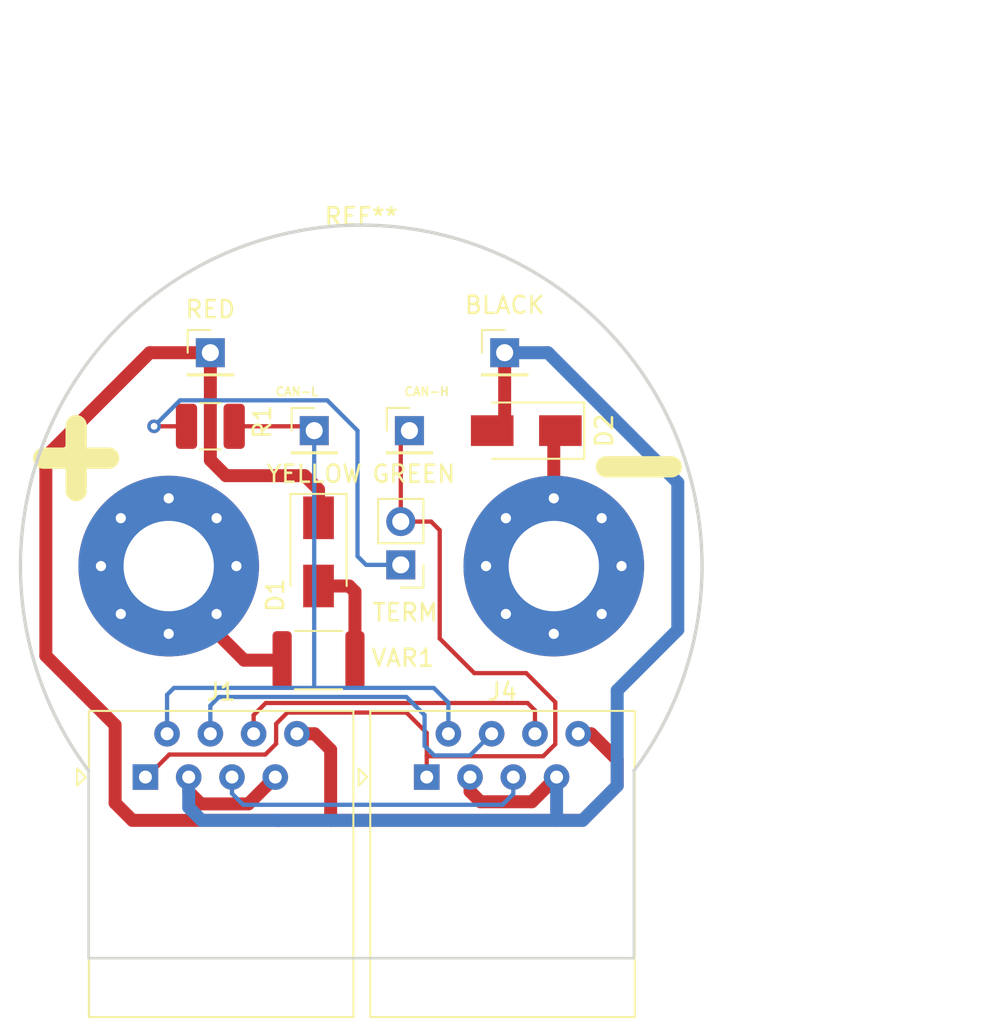
<source format=kicad_pcb>
(kicad_pcb (version 20171130) (host pcbnew 5.0.2-bee76a0~70~ubuntu16.04.1)

  (general
    (thickness 1.6)
    (drawings 10)
    (tracks 112)
    (zones 0)
    (modules 14)
    (nets 12)
  )

  (page A4)
  (layers
    (0 F.Cu signal)
    (31 B.Cu signal)
    (32 B.Adhes user)
    (33 F.Adhes user)
    (34 B.Paste user)
    (35 F.Paste user)
    (36 B.SilkS user)
    (37 F.SilkS user)
    (38 B.Mask user)
    (39 F.Mask user)
    (40 Dwgs.User user)
    (41 Cmts.User user)
    (42 Eco1.User user)
    (43 Eco2.User user)
    (44 Edge.Cuts user)
    (45 Margin user)
    (46 B.CrtYd user)
    (47 F.CrtYd user)
    (48 B.Fab user)
    (49 F.Fab user hide)
  )

  (setup
    (last_trace_width 0.25)
    (trace_clearance 0.2)
    (zone_clearance 0.508)
    (zone_45_only no)
    (trace_min 0.2)
    (segment_width 0.2)
    (edge_width 0.15)
    (via_size 0.8)
    (via_drill 0.4)
    (via_min_size 0.4)
    (via_min_drill 0.3)
    (uvia_size 0.3)
    (uvia_drill 0.1)
    (uvias_allowed no)
    (uvia_min_size 0.2)
    (uvia_min_drill 0.1)
    (pcb_text_width 0.3)
    (pcb_text_size 1.5 1.5)
    (mod_edge_width 0.15)
    (mod_text_size 1 1)
    (mod_text_width 0.15)
    (pad_size 1.524 1.524)
    (pad_drill 0.762)
    (pad_to_mask_clearance 0.051)
    (solder_mask_min_width 0.25)
    (aux_axis_origin 0 0)
    (visible_elements FFFFF77F)
    (pcbplotparams
      (layerselection 0x010ec_ffffffff)
      (usegerberextensions false)
      (usegerberattributes false)
      (usegerberadvancedattributes false)
      (creategerberjobfile false)
      (excludeedgelayer true)
      (linewidth 0.100000)
      (plotframeref false)
      (viasonmask false)
      (mode 1)
      (useauxorigin false)
      (hpglpennumber 1)
      (hpglpenspeed 20)
      (hpglpendiameter 15.000000)
      (psnegative false)
      (psa4output false)
      (plotreference true)
      (plotvalue true)
      (plotinvisibletext false)
      (padsonsilk false)
      (subtractmaskfromsilk false)
      (outputformat 1)
      (mirror false)
      (drillshape 0)
      (scaleselection 1)
      (outputdirectory ""))
  )

  (net 0 "")
  (net 1 /XE)
  (net 2 /CAN-V+)
  (net 3 /CAN-V-)
  (net 4 /CAN-H)
  (net 5 /CAN-L)
  (net 6 "Net-(J1-Pad4)")
  (net 7 "Net-(J1-Pad5)")
  (net 8 "Net-(J1-Pad6)")
  (net 9 /-)
  (net 10 /+)
  (net 11 "Net-(J9-Pad1)")

  (net_class Default "This is the default net class."
    (clearance 0.2)
    (trace_width 0.25)
    (via_dia 0.8)
    (via_drill 0.4)
    (uvia_dia 0.3)
    (uvia_drill 0.1)
    (add_net /CAN-H)
    (add_net /CAN-L)
    (add_net "Net-(J1-Pad4)")
    (add_net "Net-(J1-Pad5)")
    (add_net "Net-(J1-Pad6)")
    (add_net "Net-(J9-Pad1)")
  )

  (net_class Power ""
    (clearance 0.2032)
    (trace_width 0.762)
    (via_dia 0.8)
    (via_drill 0.4)
    (uvia_dia 0.3)
    (uvia_drill 0.1)
    (add_net /+)
    (add_net /-)
    (add_net /CAN-V+)
    (add_net /CAN-V-)
    (add_net /XE)
  )

  (module Connector_RJ:RJ45_Amphenol_54602-x08_Horizontal (layer F.Cu) (tedit 5B103613) (tstamp 5BE62563)
    (at 148.844 87.376)
    (descr "8 Pol Shallow Latch Connector, Modjack, RJ45 (https://cdn.amphenol-icc.com/media/wysiwyg/files/drawing/c-bmj-0102.pdf)")
    (tags RJ45)
    (path /5BE9B607)
    (fp_text reference J4 (at 4.445 -5) (layer F.SilkS)
      (effects (font (size 1 1) (thickness 0.15)))
    )
    (fp_text value CAN (at 4.445 4) (layer F.Fab)
      (effects (font (size 1 1) (thickness 0.15)))
    )
    (fp_line (start 12.6 14.47) (end -3.71 14.47) (layer F.CrtYd) (width 0.05))
    (fp_line (start 12.6 14.47) (end 12.6 -4.27) (layer F.CrtYd) (width 0.05))
    (fp_line (start -3.71 -4.27) (end -3.71 14.47) (layer F.CrtYd) (width 0.05))
    (fp_line (start -3.71 -4.27) (end 12.6 -4.27) (layer F.CrtYd) (width 0.05))
    (fp_line (start -3.315 -3.88) (end -3.315 14.08) (layer F.SilkS) (width 0.12))
    (fp_line (start 12.205 -3.88) (end -3.315 -3.88) (layer F.SilkS) (width 0.12))
    (fp_line (start 12.205 -3.88) (end 12.205 14.08) (layer F.SilkS) (width 0.12))
    (fp_line (start -3.315 14.08) (end 12.205 14.08) (layer F.SilkS) (width 0.12))
    (fp_line (start -3.205 -2.77) (end -2.205 -3.77) (layer F.Fab) (width 0.12))
    (fp_line (start -2.205 -3.77) (end 12.095 -3.77) (layer F.Fab) (width 0.12))
    (fp_line (start 12.095 -3.77) (end 12.095 13.97) (layer F.Fab) (width 0.12))
    (fp_line (start 12.095 13.97) (end -3.205 13.97) (layer F.Fab) (width 0.12))
    (fp_line (start -3.205 13.97) (end -3.205 -2.77) (layer F.Fab) (width 0.12))
    (fp_line (start -3.5 0) (end -4 -0.5) (layer F.SilkS) (width 0.12))
    (fp_line (start -4 -0.5) (end -4 0.5) (layer F.SilkS) (width 0.12))
    (fp_line (start -4 0.5) (end -3.5 0) (layer F.SilkS) (width 0.12))
    (fp_text user %R (at 4.445 2) (layer F.Fab)
      (effects (font (size 1 1) (thickness 0.15)))
    )
    (pad 8 thru_hole circle (at 8.89 -2.54) (size 1.5 1.5) (drill 0.76) (layers *.Cu *.Mask)
      (net 2 /CAN-V+))
    (pad 7 thru_hole circle (at 7.62 0) (size 1.5 1.5) (drill 0.76) (layers *.Cu *.Mask)
      (net 3 /CAN-V-))
    (pad 6 thru_hole circle (at 6.35 -2.54) (size 1.5 1.5) (drill 0.76) (layers *.Cu *.Mask)
      (net 8 "Net-(J1-Pad6)"))
    (pad 5 thru_hole circle (at 5.08 0) (size 1.5 1.5) (drill 0.76) (layers *.Cu *.Mask)
      (net 7 "Net-(J1-Pad5)"))
    (pad 4 thru_hole circle (at 3.81 -2.54) (size 1.5 1.5) (drill 0.76) (layers *.Cu *.Mask)
      (net 6 "Net-(J1-Pad4)"))
    (pad 3 thru_hole circle (at 2.54 0) (size 1.5 1.5) (drill 0.76) (layers *.Cu *.Mask)
      (net 3 /CAN-V-))
    (pad 2 thru_hole circle (at 1.27 -2.54) (size 1.5 1.5) (drill 0.76) (layers *.Cu *.Mask)
      (net 5 /CAN-L))
    (pad 1 thru_hole rect (at 0 0) (size 1.5 1.5) (drill 0.76) (layers *.Cu *.Mask)
      (net 4 /CAN-H))
    (pad "" np_thru_hole circle (at -1.27 6.35) (size 3.2 3.2) (drill 3.2) (layers *.Cu *.Mask))
    (pad "" np_thru_hole circle (at 10.16 6.35) (size 3.2 3.2) (drill 3.2) (layers *.Cu *.Mask))
    (model ${KISYS3DMOD}/Connector_RJ.3dshapes/RJ45_Amphenol_54602-x08_Horizontal.wrl
      (at (xyz 0 0 0))
      (scale (xyz 1 1 1))
      (rotate (xyz 0 0 0))
    )
  )

  (module Diode_SMD:D_SMA (layer F.Cu) (tedit 5BE4A432) (tstamp 5BE624E3)
    (at 142.494 74.168 270)
    (descr "Diode SMA (DO-214AC)")
    (tags "Diode SMA (DO-214AC)")
    (path /5BB38710)
    (attr smd)
    (fp_text reference D1 (at 2.54 2.54 90) (layer F.SilkS)
      (effects (font (size 1 1) (thickness 0.15)))
    )
    (fp_text value "MRA4003T3G " (at 0 2.6 270) (layer F.Fab)
      (effects (font (size 1 1) (thickness 0.15)))
    )
    (fp_line (start -3.4 -1.65) (end 2 -1.65) (layer F.SilkS) (width 0.12))
    (fp_line (start -3.4 1.65) (end 2 1.65) (layer F.SilkS) (width 0.12))
    (fp_line (start -0.64944 0.00102) (end 0.50118 -0.79908) (layer F.Fab) (width 0.1))
    (fp_line (start -0.64944 0.00102) (end 0.50118 0.75032) (layer F.Fab) (width 0.1))
    (fp_line (start 0.50118 0.75032) (end 0.50118 -0.79908) (layer F.Fab) (width 0.1))
    (fp_line (start -0.64944 -0.79908) (end -0.64944 0.80112) (layer F.Fab) (width 0.1))
    (fp_line (start 0.50118 0.00102) (end 1.4994 0.00102) (layer F.Fab) (width 0.1))
    (fp_line (start -0.64944 0.00102) (end -1.55114 0.00102) (layer F.Fab) (width 0.1))
    (fp_line (start -3.5 1.75) (end -3.5 -1.75) (layer F.CrtYd) (width 0.05))
    (fp_line (start 3.5 1.75) (end -3.5 1.75) (layer F.CrtYd) (width 0.05))
    (fp_line (start 3.5 -1.75) (end 3.5 1.75) (layer F.CrtYd) (width 0.05))
    (fp_line (start -3.5 -1.75) (end 3.5 -1.75) (layer F.CrtYd) (width 0.05))
    (fp_line (start 2.3 -1.5) (end -2.3 -1.5) (layer F.Fab) (width 0.1))
    (fp_line (start 2.3 -1.5) (end 2.3 1.5) (layer F.Fab) (width 0.1))
    (fp_line (start -2.3 1.5) (end -2.3 -1.5) (layer F.Fab) (width 0.1))
    (fp_line (start 2.3 1.5) (end -2.3 1.5) (layer F.Fab) (width 0.1))
    (fp_line (start -3.4 -1.65) (end -3.4 1.65) (layer F.SilkS) (width 0.12))
    (fp_text user %R (at 0 -2.5 270) (layer F.Fab)
      (effects (font (size 1 1) (thickness 0.15)))
    )
    (pad 2 smd rect (at 2 0 270) (size 2.5 1.8) (layers F.Cu F.Paste F.Mask)
      (net 1 /XE))
    (pad 1 smd rect (at -2 0 270) (size 2.5 1.8) (layers F.Cu F.Paste F.Mask)
      (net 2 /CAN-V+))
    (model ${KISYS3DMOD}/Diode_SMD.3dshapes/D_SMA.wrl
      (at (xyz 0 0 0))
      (scale (xyz 1 1 1))
      (rotate (xyz 0 0 0))
    )
  )

  (module Diode_SMD:D_SMA (layer F.Cu) (tedit 5BE4A434) (tstamp 5BE624FB)
    (at 154.686 67.056 180)
    (descr "Diode SMA (DO-214AC)")
    (tags "Diode SMA (DO-214AC)")
    (path /5BA7ADDA)
    (attr smd)
    (fp_text reference D2 (at -4.572 0 270) (layer F.SilkS)
      (effects (font (size 1 1) (thickness 0.15)))
    )
    (fp_text value "MRA4003T3G " (at 0 2.6 180) (layer F.Fab)
      (effects (font (size 1 1) (thickness 0.15)))
    )
    (fp_text user %R (at 0 -2.5 180) (layer F.Fab)
      (effects (font (size 1 1) (thickness 0.15)))
    )
    (fp_line (start -3.4 -1.65) (end -3.4 1.65) (layer F.SilkS) (width 0.12))
    (fp_line (start 2.3 1.5) (end -2.3 1.5) (layer F.Fab) (width 0.1))
    (fp_line (start -2.3 1.5) (end -2.3 -1.5) (layer F.Fab) (width 0.1))
    (fp_line (start 2.3 -1.5) (end 2.3 1.5) (layer F.Fab) (width 0.1))
    (fp_line (start 2.3 -1.5) (end -2.3 -1.5) (layer F.Fab) (width 0.1))
    (fp_line (start -3.5 -1.75) (end 3.5 -1.75) (layer F.CrtYd) (width 0.05))
    (fp_line (start 3.5 -1.75) (end 3.5 1.75) (layer F.CrtYd) (width 0.05))
    (fp_line (start 3.5 1.75) (end -3.5 1.75) (layer F.CrtYd) (width 0.05))
    (fp_line (start -3.5 1.75) (end -3.5 -1.75) (layer F.CrtYd) (width 0.05))
    (fp_line (start -0.64944 0.00102) (end -1.55114 0.00102) (layer F.Fab) (width 0.1))
    (fp_line (start 0.50118 0.00102) (end 1.4994 0.00102) (layer F.Fab) (width 0.1))
    (fp_line (start -0.64944 -0.79908) (end -0.64944 0.80112) (layer F.Fab) (width 0.1))
    (fp_line (start 0.50118 0.75032) (end 0.50118 -0.79908) (layer F.Fab) (width 0.1))
    (fp_line (start -0.64944 0.00102) (end 0.50118 0.75032) (layer F.Fab) (width 0.1))
    (fp_line (start -0.64944 0.00102) (end 0.50118 -0.79908) (layer F.Fab) (width 0.1))
    (fp_line (start -3.4 1.65) (end 2 1.65) (layer F.SilkS) (width 0.12))
    (fp_line (start -3.4 -1.65) (end 2 -1.65) (layer F.SilkS) (width 0.12))
    (pad 1 smd rect (at -2 0 180) (size 2.5 1.8) (layers F.Cu F.Paste F.Mask)
      (net 9 /-))
    (pad 2 smd rect (at 2 0 180) (size 2.5 1.8) (layers F.Cu F.Paste F.Mask)
      (net 3 /CAN-V-))
    (model ${KISYS3DMOD}/Diode_SMD.3dshapes/D_SMA.wrl
      (at (xyz 0 0 0))
      (scale (xyz 1 1 1))
      (rotate (xyz 0 0 0))
    )
  )

  (module Connector_RJ:RJ45_Amphenol_54602-x08_Horizontal (layer F.Cu) (tedit 5B103613) (tstamp 5BE6251A)
    (at 132.334 87.376)
    (descr "8 Pol Shallow Latch Connector, Modjack, RJ45 (https://cdn.amphenol-icc.com/media/wysiwyg/files/drawing/c-bmj-0102.pdf)")
    (tags RJ45)
    (path /5A74B889)
    (fp_text reference J1 (at 4.445 -5) (layer F.SilkS)
      (effects (font (size 1 1) (thickness 0.15)))
    )
    (fp_text value CAN (at 4.445 4) (layer F.Fab)
      (effects (font (size 1 1) (thickness 0.15)))
    )
    (fp_text user %R (at 4.445 2) (layer F.Fab)
      (effects (font (size 1 1) (thickness 0.15)))
    )
    (fp_line (start -4 0.5) (end -3.5 0) (layer F.SilkS) (width 0.12))
    (fp_line (start -4 -0.5) (end -4 0.5) (layer F.SilkS) (width 0.12))
    (fp_line (start -3.5 0) (end -4 -0.5) (layer F.SilkS) (width 0.12))
    (fp_line (start -3.205 13.97) (end -3.205 -2.77) (layer F.Fab) (width 0.12))
    (fp_line (start 12.095 13.97) (end -3.205 13.97) (layer F.Fab) (width 0.12))
    (fp_line (start 12.095 -3.77) (end 12.095 13.97) (layer F.Fab) (width 0.12))
    (fp_line (start -2.205 -3.77) (end 12.095 -3.77) (layer F.Fab) (width 0.12))
    (fp_line (start -3.205 -2.77) (end -2.205 -3.77) (layer F.Fab) (width 0.12))
    (fp_line (start -3.315 14.08) (end 12.205 14.08) (layer F.SilkS) (width 0.12))
    (fp_line (start 12.205 -3.88) (end 12.205 14.08) (layer F.SilkS) (width 0.12))
    (fp_line (start 12.205 -3.88) (end -3.315 -3.88) (layer F.SilkS) (width 0.12))
    (fp_line (start -3.315 -3.88) (end -3.315 14.08) (layer F.SilkS) (width 0.12))
    (fp_line (start -3.71 -4.27) (end 12.6 -4.27) (layer F.CrtYd) (width 0.05))
    (fp_line (start -3.71 -4.27) (end -3.71 14.47) (layer F.CrtYd) (width 0.05))
    (fp_line (start 12.6 14.47) (end 12.6 -4.27) (layer F.CrtYd) (width 0.05))
    (fp_line (start 12.6 14.47) (end -3.71 14.47) (layer F.CrtYd) (width 0.05))
    (pad "" np_thru_hole circle (at 10.16 6.35) (size 3.2 3.2) (drill 3.2) (layers *.Cu *.Mask))
    (pad "" np_thru_hole circle (at -1.27 6.35) (size 3.2 3.2) (drill 3.2) (layers *.Cu *.Mask))
    (pad 1 thru_hole rect (at 0 0) (size 1.5 1.5) (drill 0.76) (layers *.Cu *.Mask)
      (net 4 /CAN-H))
    (pad 2 thru_hole circle (at 1.27 -2.54) (size 1.5 1.5) (drill 0.76) (layers *.Cu *.Mask)
      (net 5 /CAN-L))
    (pad 3 thru_hole circle (at 2.54 0) (size 1.5 1.5) (drill 0.76) (layers *.Cu *.Mask)
      (net 3 /CAN-V-))
    (pad 4 thru_hole circle (at 3.81 -2.54) (size 1.5 1.5) (drill 0.76) (layers *.Cu *.Mask)
      (net 6 "Net-(J1-Pad4)"))
    (pad 5 thru_hole circle (at 5.08 0) (size 1.5 1.5) (drill 0.76) (layers *.Cu *.Mask)
      (net 7 "Net-(J1-Pad5)"))
    (pad 6 thru_hole circle (at 6.35 -2.54) (size 1.5 1.5) (drill 0.76) (layers *.Cu *.Mask)
      (net 8 "Net-(J1-Pad6)"))
    (pad 7 thru_hole circle (at 7.62 0) (size 1.5 1.5) (drill 0.76) (layers *.Cu *.Mask)
      (net 3 /CAN-V-))
    (pad 8 thru_hole circle (at 8.89 -2.54) (size 1.5 1.5) (drill 0.76) (layers *.Cu *.Mask)
      (net 2 /CAN-V+))
    (model ${KISYS3DMOD}/Connector_RJ.3dshapes/RJ45_Amphenol_54602-x08_Horizontal.wrl
      (at (xyz 0 0 0))
      (scale (xyz 1 1 1))
      (rotate (xyz 0 0 0))
    )
  )

  (module Connector_PinHeader_2.54mm:PinHeader_1x01_P2.54mm_Vertical (layer F.Cu) (tedit 5C17D067) (tstamp 5BE6252F)
    (at 147.828 67.056)
    (descr "Through hole straight pin header, 1x01, 2.54mm pitch, single row")
    (tags "Through hole pin header THT 1x01 2.54mm single row")
    (path /5BEF8721)
    (fp_text reference J2 (at 0 -2.33) (layer F.SilkS) hide
      (effects (font (size 1 1) (thickness 0.15)))
    )
    (fp_text value GREEN (at 0.254 2.54) (layer F.SilkS)
      (effects (font (size 1 1) (thickness 0.15)))
    )
    (fp_line (start -0.635 -1.27) (end 1.27 -1.27) (layer F.Fab) (width 0.1))
    (fp_line (start 1.27 -1.27) (end 1.27 1.27) (layer F.Fab) (width 0.1))
    (fp_line (start 1.27 1.27) (end -1.27 1.27) (layer F.Fab) (width 0.1))
    (fp_line (start -1.27 1.27) (end -1.27 -0.635) (layer F.Fab) (width 0.1))
    (fp_line (start -1.27 -0.635) (end -0.635 -1.27) (layer F.Fab) (width 0.1))
    (fp_line (start -1.33 1.33) (end 1.33 1.33) (layer F.SilkS) (width 0.12))
    (fp_line (start -1.33 1.27) (end -1.33 1.33) (layer F.SilkS) (width 0.12))
    (fp_line (start 1.33 1.27) (end 1.33 1.33) (layer F.SilkS) (width 0.12))
    (fp_line (start -1.33 1.27) (end 1.33 1.27) (layer F.SilkS) (width 0.12))
    (fp_line (start -1.33 0) (end -1.33 -1.33) (layer F.SilkS) (width 0.12))
    (fp_line (start -1.33 -1.33) (end 0 -1.33) (layer F.SilkS) (width 0.12))
    (fp_line (start -1.8 -1.8) (end -1.8 1.8) (layer F.CrtYd) (width 0.05))
    (fp_line (start -1.8 1.8) (end 1.8 1.8) (layer F.CrtYd) (width 0.05))
    (fp_line (start 1.8 1.8) (end 1.8 -1.8) (layer F.CrtYd) (width 0.05))
    (fp_line (start 1.8 -1.8) (end -1.8 -1.8) (layer F.CrtYd) (width 0.05))
    (fp_text user %R (at 0 0 90) (layer F.Fab)
      (effects (font (size 1 1) (thickness 0.15)))
    )
    (pad 1 thru_hole rect (at 0 0) (size 1.7 1.7) (drill 1) (layers *.Cu *.Mask)
      (net 4 /CAN-H))
  )

  (module Connector_PinHeader_2.54mm:PinHeader_1x01_P2.54mm_Vertical (layer F.Cu) (tedit 5C17D06C) (tstamp 5BE62544)
    (at 142.24 67.056)
    (descr "Through hole straight pin header, 1x01, 2.54mm pitch, single row")
    (tags "Through hole pin header THT 1x01 2.54mm single row")
    (path /5BEF887E)
    (fp_text reference J3 (at 0 -2.33) (layer F.SilkS) hide
      (effects (font (size 1 1) (thickness 0.15)))
    )
    (fp_text value YELLOW (at 0 2.54) (layer F.SilkS)
      (effects (font (size 1 1) (thickness 0.15)))
    )
    (fp_text user %R (at 0 0 90) (layer F.Fab)
      (effects (font (size 1 1) (thickness 0.15)))
    )
    (fp_line (start 1.8 -1.8) (end -1.8 -1.8) (layer F.CrtYd) (width 0.05))
    (fp_line (start 1.8 1.8) (end 1.8 -1.8) (layer F.CrtYd) (width 0.05))
    (fp_line (start -1.8 1.8) (end 1.8 1.8) (layer F.CrtYd) (width 0.05))
    (fp_line (start -1.8 -1.8) (end -1.8 1.8) (layer F.CrtYd) (width 0.05))
    (fp_line (start -1.33 -1.33) (end 0 -1.33) (layer F.SilkS) (width 0.12))
    (fp_line (start -1.33 0) (end -1.33 -1.33) (layer F.SilkS) (width 0.12))
    (fp_line (start -1.33 1.27) (end 1.33 1.27) (layer F.SilkS) (width 0.12))
    (fp_line (start 1.33 1.27) (end 1.33 1.33) (layer F.SilkS) (width 0.12))
    (fp_line (start -1.33 1.27) (end -1.33 1.33) (layer F.SilkS) (width 0.12))
    (fp_line (start -1.33 1.33) (end 1.33 1.33) (layer F.SilkS) (width 0.12))
    (fp_line (start -1.27 -0.635) (end -0.635 -1.27) (layer F.Fab) (width 0.1))
    (fp_line (start -1.27 1.27) (end -1.27 -0.635) (layer F.Fab) (width 0.1))
    (fp_line (start 1.27 1.27) (end -1.27 1.27) (layer F.Fab) (width 0.1))
    (fp_line (start 1.27 -1.27) (end 1.27 1.27) (layer F.Fab) (width 0.1))
    (fp_line (start -0.635 -1.27) (end 1.27 -1.27) (layer F.Fab) (width 0.1))
    (pad 1 thru_hole rect (at 0 0) (size 1.7 1.7) (drill 1) (layers *.Cu *.Mask)
      (net 5 /CAN-L))
  )

  (module Connector_PinHeader_2.54mm:PinHeader_1x01_P2.54mm_Vertical (layer F.Cu) (tedit 5C17CF37) (tstamp 5BE62578)
    (at 136.144 62.484)
    (descr "Through hole straight pin header, 1x01, 2.54mm pitch, single row")
    (tags "Through hole pin header THT 1x01 2.54mm single row")
    (path /5BEF8986)
    (fp_text reference J5 (at 0 -2.33) (layer F.SilkS) hide
      (effects (font (size 1 1) (thickness 0.15)))
    )
    (fp_text value RED (at 0 -2.54) (layer F.SilkS)
      (effects (font (size 1 1) (thickness 0.15)))
    )
    (fp_line (start -0.635 -1.27) (end 1.27 -1.27) (layer F.Fab) (width 0.1))
    (fp_line (start 1.27 -1.27) (end 1.27 1.27) (layer F.Fab) (width 0.1))
    (fp_line (start 1.27 1.27) (end -1.27 1.27) (layer F.Fab) (width 0.1))
    (fp_line (start -1.27 1.27) (end -1.27 -0.635) (layer F.Fab) (width 0.1))
    (fp_line (start -1.27 -0.635) (end -0.635 -1.27) (layer F.Fab) (width 0.1))
    (fp_line (start -1.33 1.33) (end 1.33 1.33) (layer F.SilkS) (width 0.12))
    (fp_line (start -1.33 1.27) (end -1.33 1.33) (layer F.SilkS) (width 0.12))
    (fp_line (start 1.33 1.27) (end 1.33 1.33) (layer F.SilkS) (width 0.12))
    (fp_line (start -1.33 1.27) (end 1.33 1.27) (layer F.SilkS) (width 0.12))
    (fp_line (start -1.33 0) (end -1.33 -1.33) (layer F.SilkS) (width 0.12))
    (fp_line (start -1.33 -1.33) (end 0 -1.33) (layer F.SilkS) (width 0.12))
    (fp_line (start -1.8 -1.8) (end -1.8 1.8) (layer F.CrtYd) (width 0.05))
    (fp_line (start -1.8 1.8) (end 1.8 1.8) (layer F.CrtYd) (width 0.05))
    (fp_line (start 1.8 1.8) (end 1.8 -1.8) (layer F.CrtYd) (width 0.05))
    (fp_line (start 1.8 -1.8) (end -1.8 -1.8) (layer F.CrtYd) (width 0.05))
    (fp_text user %R (at 0 0 90) (layer F.Fab)
      (effects (font (size 1 1) (thickness 0.15)))
    )
    (pad 1 thru_hole rect (at 0 0) (size 1.7 1.7) (drill 1) (layers *.Cu *.Mask)
      (net 2 /CAN-V+))
  )

  (module Connector_PinHeader_2.54mm:PinHeader_1x01_P2.54mm_Vertical (layer F.Cu) (tedit 5C17CF3A) (tstamp 5BE6258D)
    (at 153.416 62.484)
    (descr "Through hole straight pin header, 1x01, 2.54mm pitch, single row")
    (tags "Through hole pin header THT 1x01 2.54mm single row")
    (path /5BEF89D6)
    (fp_text reference J6 (at 0 -2.33) (layer F.SilkS) hide
      (effects (font (size 1 1) (thickness 0.15)))
    )
    (fp_text value BLACK (at 0 -2.794) (layer F.SilkS)
      (effects (font (size 1 1) (thickness 0.15)))
    )
    (fp_text user %R (at 0 0 90) (layer F.Fab)
      (effects (font (size 1 1) (thickness 0.15)))
    )
    (fp_line (start 1.8 -1.8) (end -1.8 -1.8) (layer F.CrtYd) (width 0.05))
    (fp_line (start 1.8 1.8) (end 1.8 -1.8) (layer F.CrtYd) (width 0.05))
    (fp_line (start -1.8 1.8) (end 1.8 1.8) (layer F.CrtYd) (width 0.05))
    (fp_line (start -1.8 -1.8) (end -1.8 1.8) (layer F.CrtYd) (width 0.05))
    (fp_line (start -1.33 -1.33) (end 0 -1.33) (layer F.SilkS) (width 0.12))
    (fp_line (start -1.33 0) (end -1.33 -1.33) (layer F.SilkS) (width 0.12))
    (fp_line (start -1.33 1.27) (end 1.33 1.27) (layer F.SilkS) (width 0.12))
    (fp_line (start 1.33 1.27) (end 1.33 1.33) (layer F.SilkS) (width 0.12))
    (fp_line (start -1.33 1.27) (end -1.33 1.33) (layer F.SilkS) (width 0.12))
    (fp_line (start -1.33 1.33) (end 1.33 1.33) (layer F.SilkS) (width 0.12))
    (fp_line (start -1.27 -0.635) (end -0.635 -1.27) (layer F.Fab) (width 0.1))
    (fp_line (start -1.27 1.27) (end -1.27 -0.635) (layer F.Fab) (width 0.1))
    (fp_line (start 1.27 1.27) (end -1.27 1.27) (layer F.Fab) (width 0.1))
    (fp_line (start 1.27 -1.27) (end 1.27 1.27) (layer F.Fab) (width 0.1))
    (fp_line (start -0.635 -1.27) (end 1.27 -1.27) (layer F.Fab) (width 0.1))
    (pad 1 thru_hole rect (at 0 0) (size 1.7 1.7) (drill 1) (layers *.Cu *.Mask)
      (net 3 /CAN-V-))
  )

  (module MountingHole:MountingHole_5.3mm_M5_Pad_Via (layer F.Cu) (tedit 5BE4A094) (tstamp 5BE6259D)
    (at 133.7 75)
    (descr "Mounting Hole 5.3mm, M5")
    (tags "mounting hole 5.3mm m5")
    (path /5BEF7B7E)
    (attr virtual)
    (fp_text reference J7 (at 0 -6.3) (layer F.SilkS) hide
      (effects (font (size 1 1) (thickness 0.15)))
    )
    (fp_text value + (at 0.3 -8) (layer F.Fab)
      (effects (font (size 4 4) (thickness 0.4)))
    )
    (fp_circle (center 0 0) (end 5.55 0) (layer F.CrtYd) (width 0.05))
    (fp_circle (center 0 0) (end 5.3 0) (layer Cmts.User) (width 0.15))
    (fp_text user %R (at 0.3 0) (layer F.Fab)
      (effects (font (size 1 1) (thickness 0.15)))
    )
    (pad 1 thru_hole circle (at 2.810749 -2.810749) (size 0.9 0.9) (drill 0.6) (layers *.Cu *.Mask)
      (net 10 /+))
    (pad 1 thru_hole circle (at 0 -3.975) (size 0.9 0.9) (drill 0.6) (layers *.Cu *.Mask)
      (net 10 /+))
    (pad 1 thru_hole circle (at -2.810749 -2.810749) (size 0.9 0.9) (drill 0.6) (layers *.Cu *.Mask)
      (net 10 /+))
    (pad 1 thru_hole circle (at -3.975 0) (size 0.9 0.9) (drill 0.6) (layers *.Cu *.Mask)
      (net 10 /+))
    (pad 1 thru_hole circle (at -2.810749 2.810749) (size 0.9 0.9) (drill 0.6) (layers *.Cu *.Mask)
      (net 10 /+))
    (pad 1 thru_hole circle (at 0 3.975) (size 0.9 0.9) (drill 0.6) (layers *.Cu *.Mask)
      (net 10 /+))
    (pad 1 thru_hole circle (at 2.810749 2.810749) (size 0.9 0.9) (drill 0.6) (layers *.Cu *.Mask)
      (net 10 /+))
    (pad 1 thru_hole circle (at 3.975 0) (size 0.9 0.9) (drill 0.6) (layers *.Cu *.Mask)
      (net 10 /+))
    (pad 1 thru_hole circle (at 0 0) (size 10.6 10.6) (drill 5.3) (layers *.Cu *.Mask)
      (net 10 /+))
  )

  (module MountingHole:MountingHole_5.3mm_M5_Pad_Via (layer F.Cu) (tedit 5BE4A0FA) (tstamp 5BE625AD)
    (at 156.3 75)
    (descr "Mounting Hole 5.3mm, M5")
    (tags "mounting hole 5.3mm m5")
    (path /5BEF7A8B)
    (attr virtual)
    (fp_text reference J8 (at 0 -6.3) (layer F.SilkS) hide
      (effects (font (size 1 1) (thickness 0.15)))
    )
    (fp_text value - (at 0 6.3) (layer F.Fab)
      (effects (font (size 1 1) (thickness 0.15)))
    )
    (fp_text user %R (at 0.3 0) (layer F.Fab)
      (effects (font (size 1 1) (thickness 0.15)))
    )
    (fp_circle (center 0 0) (end 5.3 0) (layer Cmts.User) (width 0.15))
    (fp_circle (center 0 0) (end 5.55 0) (layer F.CrtYd) (width 0.05))
    (pad 1 thru_hole circle (at 0 0) (size 10.6 10.6) (drill 5.3) (layers *.Cu *.Mask)
      (net 9 /-))
    (pad 1 thru_hole circle (at 3.975 0) (size 0.9 0.9) (drill 0.6) (layers *.Cu *.Mask)
      (net 9 /-))
    (pad 1 thru_hole circle (at 2.810749 2.810749) (size 0.9 0.9) (drill 0.6) (layers *.Cu *.Mask)
      (net 9 /-))
    (pad 1 thru_hole circle (at 0 3.975) (size 0.9 0.9) (drill 0.6) (layers *.Cu *.Mask)
      (net 9 /-))
    (pad 1 thru_hole circle (at -2.810749 2.810749) (size 0.9 0.9) (drill 0.6) (layers *.Cu *.Mask)
      (net 9 /-))
    (pad 1 thru_hole circle (at -3.975 0) (size 0.9 0.9) (drill 0.6) (layers *.Cu *.Mask)
      (net 9 /-))
    (pad 1 thru_hole circle (at -2.810749 -2.810749) (size 0.9 0.9) (drill 0.6) (layers *.Cu *.Mask)
      (net 9 /-))
    (pad 1 thru_hole circle (at 0 -3.975) (size 0.9 0.9) (drill 0.6) (layers *.Cu *.Mask)
      (net 9 /-))
    (pad 1 thru_hole circle (at 2.810749 -2.810749) (size 0.9 0.9) (drill 0.6) (layers *.Cu *.Mask)
      (net 9 /-))
  )

  (module Fuse:Fuse_1812_4532Metric (layer F.Cu) (tedit 5BE4A6BC) (tstamp 5BE625BE)
    (at 142.494 80.518 180)
    (descr "Fuse SMD 1812 (4532 Metric), square (rectangular) end terminal, IPC_7351 nominal, (Body size source: https://www.nikhef.nl/pub/departments/mt/projects/detectorR_D/dtddice/ERJ2G.pdf), generated with kicad-footprint-generator")
    (tags resistor)
    (path /59A95FFE)
    (attr smd)
    (fp_text reference VAR1 (at -4.953 0.127 180) (layer F.SilkS)
      (effects (font (size 1 1) (thickness 0.15)))
    )
    (fp_text value 350mA (at 0 2.65 180) (layer F.Fab)
      (effects (font (size 1 1) (thickness 0.15)))
    )
    (fp_line (start -2.25 1.6) (end -2.25 -1.6) (layer F.Fab) (width 0.1))
    (fp_line (start -2.25 -1.6) (end 2.25 -1.6) (layer F.Fab) (width 0.1))
    (fp_line (start 2.25 -1.6) (end 2.25 1.6) (layer F.Fab) (width 0.1))
    (fp_line (start 2.25 1.6) (end -2.25 1.6) (layer F.Fab) (width 0.1))
    (fp_line (start -1.386252 -1.71) (end 1.386252 -1.71) (layer F.SilkS) (width 0.12))
    (fp_line (start -1.386252 1.71) (end 1.386252 1.71) (layer F.SilkS) (width 0.12))
    (fp_line (start -2.95 1.95) (end -2.95 -1.95) (layer F.CrtYd) (width 0.05))
    (fp_line (start -2.95 -1.95) (end 2.95 -1.95) (layer F.CrtYd) (width 0.05))
    (fp_line (start 2.95 -1.95) (end 2.95 1.95) (layer F.CrtYd) (width 0.05))
    (fp_line (start 2.95 1.95) (end -2.95 1.95) (layer F.CrtYd) (width 0.05))
    (fp_text user %R (at 0 0 180) (layer F.Fab)
      (effects (font (size 1 1) (thickness 0.15)))
    )
    (pad 1 smd roundrect (at -2.1375 0 180) (size 1.125 3.4) (layers F.Cu F.Paste F.Mask) (roundrect_rratio 0.222222)
      (net 1 /XE))
    (pad 2 smd roundrect (at 2.1375 0 180) (size 1.125 3.4) (layers F.Cu F.Paste F.Mask) (roundrect_rratio 0.222222)
      (net 10 /+))
    (model ${KISYS3DMOD}/Fuse.3dshapes/Fuse_1812_4532Metric.wrl
      (at (xyz 0 0 0))
      (scale (xyz 1 1 1))
      (rotate (xyz 0 0 0))
    )
  )

  (module MountingHole:MountingHole_4.5mm (layer F.Cu) (tedit 56D1B4CB) (tstamp 5BE6C20C)
    (at 145 60)
    (descr "Mounting Hole 4.5mm, no annular")
    (tags "mounting hole 4.5mm no annular")
    (attr virtual)
    (fp_text reference REF** (at 0 -5.5) (layer F.SilkS)
      (effects (font (size 1 1) (thickness 0.15)))
    )
    (fp_text value MountingHole_4.5mm (at 0 5.5) (layer F.Fab)
      (effects (font (size 1 1) (thickness 0.15)))
    )
    (fp_circle (center 0 0) (end 4.75 0) (layer F.CrtYd) (width 0.05))
    (fp_circle (center 0 0) (end 4.5 0) (layer Cmts.User) (width 0.15))
    (fp_text user %R (at 0.3 0) (layer F.Fab)
      (effects (font (size 1 1) (thickness 0.15)))
    )
    (pad 1 np_thru_hole circle (at 0 0) (size 4.5 4.5) (drill 4.5) (layers *.Cu *.Mask))
  )

  (module Connector_PinHeader_2.54mm:PinHeader_1x02_P2.54mm_Vertical (layer F.Cu) (tedit 5C17D001) (tstamp 5C17D165)
    (at 147.32 74.93 180)
    (descr "Through hole straight pin header, 1x02, 2.54mm pitch, single row")
    (tags "Through hole pin header THT 1x02 2.54mm single row")
    (path /5C1C1AE3)
    (fp_text reference J9 (at 0.508 5.588 180) (layer F.SilkS) hide
      (effects (font (size 1 1) (thickness 0.15)))
    )
    (fp_text value TERM (at -0.254 -2.794 180) (layer F.SilkS)
      (effects (font (size 1 1) (thickness 0.15)))
    )
    (fp_line (start -0.635 -1.27) (end 1.27 -1.27) (layer F.Fab) (width 0.1))
    (fp_line (start 1.27 -1.27) (end 1.27 3.81) (layer F.Fab) (width 0.1))
    (fp_line (start 1.27 3.81) (end -1.27 3.81) (layer F.Fab) (width 0.1))
    (fp_line (start -1.27 3.81) (end -1.27 -0.635) (layer F.Fab) (width 0.1))
    (fp_line (start -1.27 -0.635) (end -0.635 -1.27) (layer F.Fab) (width 0.1))
    (fp_line (start -1.33 3.87) (end 1.33 3.87) (layer F.SilkS) (width 0.12))
    (fp_line (start -1.33 1.27) (end -1.33 3.87) (layer F.SilkS) (width 0.12))
    (fp_line (start 1.33 1.27) (end 1.33 3.87) (layer F.SilkS) (width 0.12))
    (fp_line (start -1.33 1.27) (end 1.33 1.27) (layer F.SilkS) (width 0.12))
    (fp_line (start -1.33 0) (end -1.33 -1.33) (layer F.SilkS) (width 0.12))
    (fp_line (start -1.33 -1.33) (end 0 -1.33) (layer F.SilkS) (width 0.12))
    (fp_line (start -1.8 -1.8) (end -1.8 4.35) (layer F.CrtYd) (width 0.05))
    (fp_line (start -1.8 4.35) (end 1.8 4.35) (layer F.CrtYd) (width 0.05))
    (fp_line (start 1.8 4.35) (end 1.8 -1.8) (layer F.CrtYd) (width 0.05))
    (fp_line (start 1.8 -1.8) (end -1.8 -1.8) (layer F.CrtYd) (width 0.05))
    (fp_text user %R (at 0 1.27 270) (layer F.Fab)
      (effects (font (size 1 1) (thickness 0.15)))
    )
    (pad 1 thru_hole rect (at 0 0 180) (size 1.7 1.7) (drill 1) (layers *.Cu *.Mask)
      (net 11 "Net-(J9-Pad1)"))
    (pad 2 thru_hole oval (at 0 2.54 180) (size 1.7 1.7) (drill 1) (layers *.Cu *.Mask)
      (net 4 /CAN-H))
    (model ${KISYS3DMOD}/Connector_PinHeader_2.54mm.3dshapes/PinHeader_1x02_P2.54mm_Vertical.wrl
      (at (xyz 0 0 0))
      (scale (xyz 1 1 1))
      (rotate (xyz 0 0 0))
    )
  )

  (module Resistor_SMD:R_1210_3225Metric (layer F.Cu) (tedit 5C17D072) (tstamp 5C17D176)
    (at 136.144 66.802 180)
    (descr "Resistor SMD 1210 (3225 Metric), square (rectangular) end terminal, IPC_7351 nominal, (Body size source: http://www.tortai-tech.com/upload/download/2011102023233369053.pdf), generated with kicad-footprint-generator")
    (tags resistor)
    (path /5C1C1AEB)
    (attr smd)
    (fp_text reference R1 (at -3.048 0.254 270) (layer F.SilkS)
      (effects (font (size 1 1) (thickness 0.15)))
    )
    (fp_text value 120 (at 0 2.28 180) (layer F.Fab)
      (effects (font (size 1 1) (thickness 0.15)))
    )
    (fp_line (start -1.6 1.25) (end -1.6 -1.25) (layer F.Fab) (width 0.1))
    (fp_line (start -1.6 -1.25) (end 1.6 -1.25) (layer F.Fab) (width 0.1))
    (fp_line (start 1.6 -1.25) (end 1.6 1.25) (layer F.Fab) (width 0.1))
    (fp_line (start 1.6 1.25) (end -1.6 1.25) (layer F.Fab) (width 0.1))
    (fp_line (start -0.602064 -1.36) (end 0.602064 -1.36) (layer F.SilkS) (width 0.12))
    (fp_line (start -0.602064 1.36) (end 0.602064 1.36) (layer F.SilkS) (width 0.12))
    (fp_line (start -2.28 1.58) (end -2.28 -1.58) (layer F.CrtYd) (width 0.05))
    (fp_line (start -2.28 -1.58) (end 2.28 -1.58) (layer F.CrtYd) (width 0.05))
    (fp_line (start 2.28 -1.58) (end 2.28 1.58) (layer F.CrtYd) (width 0.05))
    (fp_line (start 2.28 1.58) (end -2.28 1.58) (layer F.CrtYd) (width 0.05))
    (fp_text user %R (at 0 0 180) (layer F.Fab)
      (effects (font (size 0.8 0.8) (thickness 0.12)))
    )
    (pad 1 smd roundrect (at -1.4 0 180) (size 1.25 2.65) (layers F.Cu F.Paste F.Mask) (roundrect_rratio 0.2)
      (net 5 /CAN-L))
    (pad 2 smd roundrect (at 1.4 0 180) (size 1.25 2.65) (layers F.Cu F.Paste F.Mask) (roundrect_rratio 0.2)
      (net 11 "Net-(J9-Pad1)"))
    (model ${KISYS3DMOD}/Resistor_SMD.3dshapes/R_1210_3225Metric.wrl
      (at (xyz 0 0 0))
      (scale (xyz 1 1 1))
      (rotate (xyz 0 0 0))
    )
  )

  (gr_text CAN-L (at 141.224 64.77) (layer F.SilkS)
    (effects (font (size 0.5 0.5) (thickness 0.1)))
  )
  (gr_text CAN-H (at 148.844 64.77) (layer F.SilkS)
    (effects (font (size 0.5 0.5) (thickness 0.1)))
  )
  (dimension 43 (width 0.3) (layer Dwgs.User)
    (gr_text "1.6929 in" (at 180.1 76.5 270) (layer Dwgs.User)
      (effects (font (size 1.5 1.5) (thickness 0.3)))
    )
    (feature1 (pts (xy 150 98) (xy 178.586421 98)))
    (feature2 (pts (xy 150 55) (xy 178.586421 55)))
    (crossbar (pts (xy 178 55) (xy 178 98)))
    (arrow1a (pts (xy 178 98) (xy 177.413579 96.873496)))
    (arrow1b (pts (xy 178 98) (xy 178.586421 96.873496)))
    (arrow2a (pts (xy 178 55) (xy 177.413579 56.126504)))
    (arrow2b (pts (xy 178 55) (xy 178.586421 56.126504)))
  )
  (dimension 40 (width 0.3) (layer Dwgs.User)
    (gr_text "1.5748 in" (at 145 42.9) (layer Dwgs.User)
      (effects (font (size 1.5 1.5) (thickness 0.3)))
    )
    (feature1 (pts (xy 165 70) (xy 165 44.413579)))
    (feature2 (pts (xy 125 70) (xy 125 44.413579)))
    (crossbar (pts (xy 125 45) (xy 165 45)))
    (arrow1a (pts (xy 165 45) (xy 163.873496 45.586421)))
    (arrow1b (pts (xy 165 45) (xy 163.873496 44.413579)))
    (arrow2a (pts (xy 125 45) (xy 126.126504 45.586421)))
    (arrow2b (pts (xy 125 45) (xy 126.126504 44.413579)))
  )
  (gr_arc (start 145 75) (end 161 87) (angle -253.7397953) (layer Edge.Cuts) (width 0.2))
  (gr_line (start 161 98) (end 161 87) (angle 90) (layer Edge.Cuts) (width 0.15))
  (gr_line (start 129 98) (end 161 98) (angle 90) (layer Edge.Cuts) (width 0.15))
  (gr_line (start 129 87) (end 129 98) (angle 90) (layer Edge.Cuts) (width 0.15))
  (gr_text - (at 161.29 68.834) (layer F.SilkS) (tstamp 5BE77B5F)
    (effects (font (size 5 5) (thickness 1.25)))
  )
  (gr_text + (at 128.27 68.326) (layer F.SilkS)
    (effects (font (size 5 5) (thickness 1.25)))
  )

  (segment (start 142.494 76.168) (end 144.2908 76.168) (width 0.762) (layer F.Cu) (net 1) (status 400000))
  (segment (start 144.6315 76.5087) (end 144.6315 80.518) (width 0.762) (layer F.Cu) (net 1) (tstamp 5BE783A3) (status 800000))
  (segment (start 144.2908 76.168) (end 144.6315 76.5087) (width 0.762) (layer F.Cu) (net 1) (tstamp 5BE783A2))
  (segment (start 157.734 84.836) (end 158.496 84.836) (width 0.762) (layer F.Cu) (net 2) (status 400000))
  (segment (start 132.588 62.484) (end 136.144 62.484) (width 0.762) (layer F.Cu) (net 2) (status 800000))
  (segment (start 158.496 84.836) (end 160.02 86.36) (width 0.762) (layer F.Cu) (net 2) (tstamp 5BE7831A))
  (segment (start 160.02 86.36) (end 160.02 87.884) (width 0.762) (layer F.Cu) (net 2) (tstamp 5BE7831B))
  (segment (start 160.02 87.884) (end 157.988 89.916) (width 0.762) (layer F.Cu) (net 2) (tstamp 5BE7831C))
  (segment (start 157.988 89.916) (end 143.2052 89.916) (width 0.762) (layer F.Cu) (net 2) (tstamp 5BE7831D))
  (segment (start 143.2052 89.916) (end 131.572 89.916) (width 0.762) (layer F.Cu) (net 2) (tstamp 5BE7838A))
  (segment (start 131.572 89.916) (end 130.556 88.9) (width 0.762) (layer F.Cu) (net 2) (tstamp 5BE7831E))
  (segment (start 130.556 88.9) (end 130.556 84.328) (width 0.762) (layer F.Cu) (net 2) (tstamp 5BE7831F))
  (segment (start 130.556 84.328) (end 126.492 80.264) (width 0.762) (layer F.Cu) (net 2) (tstamp 5BE78320))
  (segment (start 126.492 80.264) (end 126.492 68.58) (width 0.762) (layer F.Cu) (net 2) (tstamp 5BE78321))
  (segment (start 126.492 68.58) (end 132.588 62.484) (width 0.762) (layer F.Cu) (net 2) (tstamp 5BE78323))
  (segment (start 141.224 84.836) (end 142.2654 84.836) (width 0.762) (layer F.Cu) (net 2) (status 400000))
  (segment (start 143.2052 85.7758) (end 143.2052 89.916) (width 0.762) (layer F.Cu) (net 2) (tstamp 5BE78387))
  (segment (start 142.2654 84.836) (end 143.2052 85.7758) (width 0.762) (layer F.Cu) (net 2) (tstamp 5BE78386))
  (segment (start 136.144 62.484) (end 136.144 68.7832) (width 0.762) (layer F.Cu) (net 2) (status 400000))
  (segment (start 136.144 68.7832) (end 137.0584 69.6976) (width 0.762) (layer F.Cu) (net 2) (tstamp 5BE783D6))
  (segment (start 142.494 72.168) (end 142.494 70.5104) (width 0.762) (layer F.Cu) (net 2) (status 400000))
  (segment (start 141.6812 69.6976) (end 137.0584 69.6976) (width 0.762) (layer F.Cu) (net 2) (tstamp 5BE783DD))
  (segment (start 142.494 70.5104) (end 141.6812 69.6976) (width 0.762) (layer F.Cu) (net 2) (tstamp 5BE783DC))
  (segment (start 140.208 89.916) (end 151.384 89.916) (width 0.762) (layer B.Cu) (net 3) (tstamp 5BE782F3))
  (segment (start 139.954 89.916) (end 140.208 89.916) (width 0.762) (layer B.Cu) (net 3) (tstamp 5BE782F0))
  (segment (start 140.208 89.916) (end 135.636 89.916) (width 0.762) (layer B.Cu) (net 3) (tstamp 5BE782E5))
  (segment (start 134.874 89.154) (end 135.636 89.916) (width 0.762) (layer B.Cu) (net 3) (tstamp 5BE7832C))
  (segment (start 134.874 89.154) (end 134.874 87.376) (width 0.762) (layer B.Cu) (net 3) (status 800000))
  (segment (start 151.384 89.916) (end 156.464 89.916) (width 0.762) (layer B.Cu) (net 3))
  (segment (start 156.464 89.916) (end 157.988 89.916) (width 0.762) (layer B.Cu) (net 3) (tstamp 5BE7830B))
  (segment (start 155.956 62.484) (end 153.416 62.484) (width 0.762) (layer B.Cu) (net 3) (tstamp 5BE78306) (status 800000))
  (segment (start 163.576 70.104) (end 155.956 62.484) (width 0.762) (layer B.Cu) (net 3) (tstamp 5BE78304))
  (segment (start 163.576 78.74) (end 163.576 70.104) (width 0.762) (layer B.Cu) (net 3) (tstamp 5BE78302))
  (segment (start 160.02 82.296) (end 163.576 78.74) (width 0.762) (layer B.Cu) (net 3) (tstamp 5BE78301))
  (segment (start 160.02 87.884) (end 160.02 82.296) (width 0.762) (layer B.Cu) (net 3) (tstamp 5BE78300))
  (segment (start 157.988 89.916) (end 160.02 87.884) (width 0.762) (layer B.Cu) (net 3) (tstamp 5BE782FF))
  (segment (start 156.464 87.376) (end 156.464 89.916) (width 0.762) (layer B.Cu) (net 3) (status 400000))
  (segment (start 134.874 87.376) (end 134.874 88.2396) (width 0.762) (layer F.Cu) (net 3) (status 400000))
  (segment (start 138.379202 88.950798) (end 139.954 87.376) (width 0.762) (layer F.Cu) (net 3) (tstamp 5BE78396) (status 800000))
  (segment (start 135.585198 88.950798) (end 138.379202 88.950798) (width 0.762) (layer F.Cu) (net 3) (tstamp 5BE78395))
  (segment (start 134.874 88.2396) (end 135.585198 88.950798) (width 0.762) (layer F.Cu) (net 3) (tstamp 5BE78394))
  (segment (start 151.384 87.376) (end 151.384 88.2142) (width 0.762) (layer F.Cu) (net 3) (status 400000))
  (segment (start 155.0162 88.8238) (end 156.464 87.376) (width 0.762) (layer F.Cu) (net 3) (tstamp 5BE7839B) (status 800000))
  (segment (start 151.9936 88.8238) (end 155.0162 88.8238) (width 0.762) (layer F.Cu) (net 3) (tstamp 5BE7839A))
  (segment (start 151.384 88.2142) (end 151.9936 88.8238) (width 0.762) (layer F.Cu) (net 3) (tstamp 5BE78399))
  (segment (start 153.416 62.484) (end 153.416 66.326) (width 0.762) (layer F.Cu) (net 3) (status C00000))
  (segment (start 153.416 66.326) (end 152.686 67.056) (width 0.762) (layer F.Cu) (net 3) (tstamp 5C181D34) (status C00000))
  (segment (start 156.3878 85.4456) (end 156.3878 85.09) (width 0.25) (layer F.Cu) (net 4) (tstamp 5BE78337))
  (segment (start 155.6766 86.1568) (end 156.3878 85.4456) (width 0.25) (layer F.Cu) (net 4) (tstamp 5BE78382))
  (segment (start 148.844 86.1568) (end 155.6766 86.1568) (width 0.25) (layer F.Cu) (net 4))
  (segment (start 132.334 87.376) (end 132.4102 87.376) (width 0.25) (layer F.Cu) (net 4) (status C00000))
  (segment (start 148.844 84.7852) (end 148.844 86.1568) (width 0.25) (layer F.Cu) (net 4) (tstamp 5BE7837C))
  (segment (start 148.844 86.1568) (end 148.844 87.376) (width 0.25) (layer F.Cu) (net 4) (tstamp 5BE78380) (status 800000))
  (segment (start 147.6502 83.5914) (end 148.844 84.7852) (width 0.25) (layer F.Cu) (net 4) (tstamp 5BE7837B))
  (segment (start 140.6652 83.5914) (end 147.6502 83.5914) (width 0.25) (layer F.Cu) (net 4) (tstamp 5BE7837A))
  (segment (start 140.0048 84.2518) (end 140.6652 83.5914) (width 0.25) (layer F.Cu) (net 4) (tstamp 5BE78379))
  (segment (start 140.0048 85.4202) (end 140.0048 84.2518) (width 0.25) (layer F.Cu) (net 4) (tstamp 5BE78378))
  (segment (start 139.3698 86.0552) (end 140.0048 85.4202) (width 0.25) (layer F.Cu) (net 4) (tstamp 5BE78377))
  (segment (start 133.731 86.0552) (end 139.3698 86.0552) (width 0.25) (layer F.Cu) (net 4) (tstamp 5BE78375))
  (segment (start 132.4102 87.376) (end 133.731 86.0552) (width 0.25) (layer F.Cu) (net 4) (tstamp 5BE78374) (status 400000))
  (segment (start 156.3878 85.09) (end 156.3878 82.9818) (width 0.25) (layer F.Cu) (net 4))
  (segment (start 149.098 72.39) (end 147.32 72.39) (width 0.25) (layer F.Cu) (net 4) (tstamp 5C1813FD) (status 800000))
  (segment (start 149.606 72.898) (end 149.098 72.39) (width 0.25) (layer F.Cu) (net 4) (tstamp 5C1813FC))
  (segment (start 149.606 79.248) (end 149.606 72.898) (width 0.25) (layer F.Cu) (net 4) (tstamp 5C1813FA))
  (segment (start 151.638 81.28) (end 149.606 79.248) (width 0.25) (layer F.Cu) (net 4) (tstamp 5C1813F8))
  (segment (start 154.686 81.28) (end 151.638 81.28) (width 0.25) (layer F.Cu) (net 4) (tstamp 5C1813F6))
  (segment (start 156.3878 82.9818) (end 154.686 81.28) (width 0.25) (layer F.Cu) (net 4) (tstamp 5C1813F4))
  (segment (start 147.32 72.39) (end 147.32 67.564) (width 0.25) (layer F.Cu) (net 4) (status C00000))
  (segment (start 147.32 67.564) (end 147.828 67.056) (width 0.25) (layer F.Cu) (net 4) (tstamp 5C181400) (status C00000))
  (segment (start 150.114 83.0072) (end 150.114 84.836) (width 0.25) (layer B.Cu) (net 5) (tstamp 5BE7835A) (status 800000))
  (segment (start 149.2504 82.1436) (end 150.114 83.0072) (width 0.25) (layer B.Cu) (net 5) (tstamp 5BE78359))
  (segment (start 134.0104 82.1436) (end 142.24 82.1436) (width 0.25) (layer B.Cu) (net 5) (tstamp 5C180921))
  (segment (start 133.604 82.55) (end 134.0104 82.1436) (width 0.25) (layer B.Cu) (net 5) (tstamp 5C18091E))
  (segment (start 133.604 84.836) (end 133.604 82.55) (width 0.25) (layer B.Cu) (net 5) (status 400000))
  (segment (start 142.24 82.1436) (end 147.32 82.1436) (width 0.25) (layer B.Cu) (net 5) (tstamp 5C1813E3))
  (segment (start 147.32 82.1436) (end 149.2504 82.1436) (width 0.25) (layer B.Cu) (net 5) (tstamp 5C180915))
  (segment (start 137.544 66.802) (end 141.986 66.802) (width 0.25) (layer F.Cu) (net 5) (status C00000))
  (segment (start 141.986 66.802) (end 142.24 67.056) (width 0.25) (layer F.Cu) (net 5) (tstamp 5C1813DD) (status C00000))
  (segment (start 142.24 67.056) (end 142.24 82.1436) (width 0.25) (layer B.Cu) (net 5) (status 400000))
  (segment (start 142.24 82.1436) (end 142.24 82.042) (width 0.25) (layer B.Cu) (net 5) (tstamp 5C1813E0))
  (segment (start 142.24 82.042) (end 142.24 82.1436) (width 0.25) (layer B.Cu) (net 5) (tstamp 5C1813E2))
  (segment (start 136.144 84.836) (end 136.144 83.185) (width 0.25) (layer B.Cu) (net 6) (status 400000))
  (segment (start 151.384 86.106) (end 152.654 84.836) (width 0.25) (layer B.Cu) (net 6) (tstamp 5BE7836A) (status 800000))
  (segment (start 149.2758 86.106) (end 151.384 86.106) (width 0.25) (layer B.Cu) (net 6) (tstamp 5BE78369))
  (segment (start 148.717 85.5472) (end 149.2758 86.106) (width 0.25) (layer B.Cu) (net 6) (tstamp 5BE78368))
  (segment (start 148.717 83.7438) (end 148.717 85.5472) (width 0.25) (layer B.Cu) (net 6) (tstamp 5BE78366))
  (segment (start 147.6502 82.677) (end 148.717 83.7438) (width 0.25) (layer B.Cu) (net 6) (tstamp 5BE78364))
  (segment (start 136.652 82.677) (end 147.6502 82.677) (width 0.25) (layer B.Cu) (net 6) (tstamp 5BE78363))
  (segment (start 136.144 83.185) (end 136.652 82.677) (width 0.25) (layer B.Cu) (net 6) (tstamp 5BE78362))
  (segment (start 137.414 87.376) (end 137.414 88.3412) (width 0.25) (layer B.Cu) (net 7) (status 400000))
  (segment (start 153.924 88.3666) (end 153.924 87.376) (width 0.25) (layer B.Cu) (net 7) (tstamp 5BE78391) (status 800000))
  (segment (start 153.289 89.0016) (end 153.924 88.3666) (width 0.25) (layer B.Cu) (net 7) (tstamp 5BE78390))
  (segment (start 138.0744 89.0016) (end 153.289 89.0016) (width 0.25) (layer B.Cu) (net 7) (tstamp 5BE7838F))
  (segment (start 137.414 88.3412) (end 138.0744 89.0016) (width 0.25) (layer B.Cu) (net 7) (tstamp 5BE7838E))
  (segment (start 138.684 84.836) (end 138.684 83.7438) (width 0.25) (layer F.Cu) (net 8) (status 400000))
  (segment (start 155.194 83.4644) (end 155.194 84.836) (width 0.25) (layer F.Cu) (net 8) (tstamp 5BE78371) (status 800000))
  (segment (start 154.7622 83.0326) (end 155.194 83.4644) (width 0.25) (layer F.Cu) (net 8) (tstamp 5BE78370))
  (segment (start 139.3952 83.0326) (end 154.7622 83.0326) (width 0.25) (layer F.Cu) (net 8) (tstamp 5BE7836F))
  (segment (start 138.684 83.7438) (end 139.3952 83.0326) (width 0.25) (layer F.Cu) (net 8) (tstamp 5BE7836E))
  (segment (start 156.3 75) (end 156.3 67.442) (width 0.762) (layer F.Cu) (net 9) (status C00000))
  (segment (start 156.3 67.442) (end 156.686 67.056) (width 0.762) (layer F.Cu) (net 9) (tstamp 5C181D37) (status C00000))
  (segment (start 133.7 75) (end 133.7 76.0928) (width 0.762) (layer F.Cu) (net 10) (status C00000))
  (segment (start 138.1252 80.518) (end 140.3565 80.518) (width 0.762) (layer F.Cu) (net 10) (tstamp 5BE7839F) (status 800000))
  (segment (start 133.7 76.0928) (end 138.1252 80.518) (width 0.762) (layer F.Cu) (net 10) (tstamp 5BE7839E) (status 400000))
  (segment (start 134.744 66.802) (end 132.842 66.802) (width 0.25) (layer F.Cu) (net 11) (status 400000))
  (segment (start 145.288 74.93) (end 147.32 74.93) (width 0.25) (layer B.Cu) (net 11) (tstamp 5C1813EF) (status 800000))
  (segment (start 144.78 74.422) (end 145.288 74.93) (width 0.25) (layer B.Cu) (net 11) (tstamp 5C1813EE))
  (segment (start 144.78 67.056) (end 144.78 74.422) (width 0.25) (layer B.Cu) (net 11) (tstamp 5C1813EC))
  (segment (start 143.002 65.278) (end 144.78 67.056) (width 0.25) (layer B.Cu) (net 11) (tstamp 5C1813EA))
  (segment (start 134.366 65.278) (end 143.002 65.278) (width 0.25) (layer B.Cu) (net 11) (tstamp 5C1813E8))
  (segment (start 132.842 66.802) (end 134.366 65.278) (width 0.25) (layer B.Cu) (net 11) (tstamp 5C1813E7))
  (via (at 132.842 66.802) (size 0.8) (drill 0.4) (layers F.Cu B.Cu) (net 11))

)

</source>
